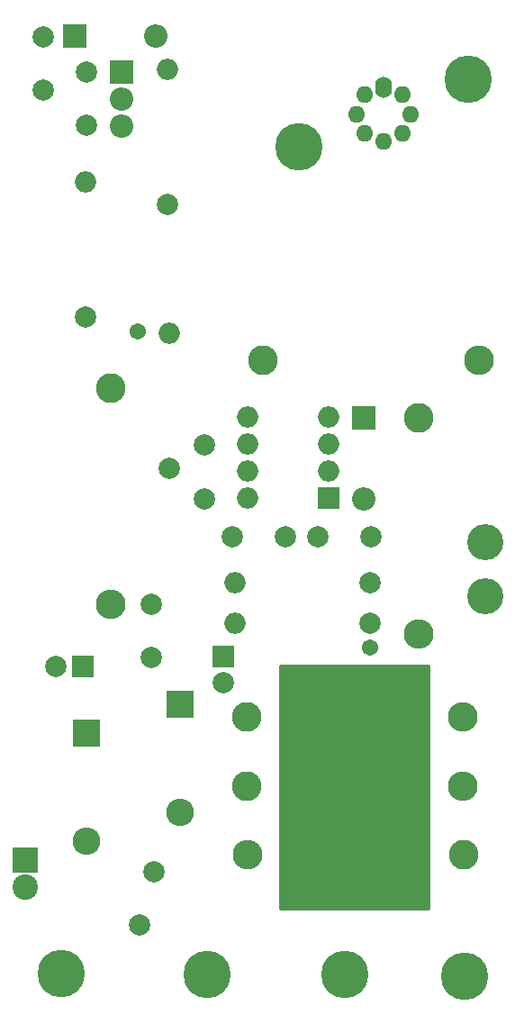
<source format=gbr>
G04 #@! TF.FileFunction,Soldermask,Top*
%FSLAX46Y46*%
G04 Gerber Fmt 4.6, Leading zero omitted, Abs format (unit mm)*
G04 Created by KiCad (PCBNEW 4.0.5) date Saturday, 16 December 2017 'PMt' 23:42:59*
%MOMM*%
%LPD*%
G01*
G04 APERTURE LIST*
%ADD10C,0.150000*%
%ADD11C,2.800000*%
%ADD12O,2.800000X2.800000*%
%ADD13C,3.400000*%
%ADD14C,4.464000*%
%ADD15C,2.000000*%
%ADD16O,2.000000X2.000000*%
%ADD17R,2.000000X2.000000*%
%ADD18R,2.200000X2.200000*%
%ADD19O,2.200000X2.200000*%
%ADD20R,2.600000X2.600000*%
%ADD21O,2.600000X2.600000*%
%ADD22O,1.600000X2.000000*%
%ADD23O,1.600000X1.600000*%
%ADD24C,1.543000*%
%ADD25R,2.400000X2.400000*%
%ADD26C,2.400000*%
%ADD27C,0.254000*%
G04 APERTURE END LIST*
D10*
D11*
X169672000Y-92456000D03*
D12*
X169672000Y-112776000D03*
D13*
X175895000Y-104140000D03*
D14*
X158432500Y-66992500D03*
D15*
X146050000Y-72390000D03*
D16*
X146050000Y-59690000D03*
D17*
X161195000Y-99997000D03*
D16*
X153575000Y-92377000D03*
X161195000Y-97457000D03*
X153575000Y-94917000D03*
X161195000Y-94917000D03*
X153575000Y-97457000D03*
X161195000Y-92377000D03*
X153575000Y-99997000D03*
D18*
X164465000Y-92456000D03*
D19*
X164465000Y-100076000D03*
D18*
X137287000Y-56578500D03*
D19*
X144907000Y-56578500D03*
D20*
X147193000Y-119380000D03*
D21*
X147193000Y-129540000D03*
D22*
X166370000Y-61341000D03*
D23*
X164573949Y-62084949D03*
X163830000Y-63881000D03*
X164573949Y-65677051D03*
X166370000Y-66421000D03*
X168166051Y-65677051D03*
X168910000Y-63881000D03*
X168166051Y-62084949D03*
D15*
X138303000Y-82931000D03*
D16*
X138303000Y-70231000D03*
D15*
X165100000Y-111760000D03*
D16*
X152400000Y-111760000D03*
D15*
X143446500Y-140144500D03*
X144746500Y-135144500D03*
D20*
X138430000Y-122047000D03*
D21*
X138430000Y-132207000D03*
D18*
X141732000Y-59944000D03*
D19*
X141732000Y-62484000D03*
X141732000Y-65024000D03*
D15*
X138430000Y-64944000D03*
X138430000Y-59944000D03*
X165147000Y-103632000D03*
X160147000Y-103632000D03*
X144526000Y-109982000D03*
X144526000Y-114982000D03*
X134366000Y-61595000D03*
X134366000Y-56595000D03*
X152146000Y-103632000D03*
X157146000Y-103632000D03*
X149500000Y-95032000D03*
X149500000Y-100032000D03*
X165100000Y-107950000D03*
D16*
X152400000Y-107950000D03*
D24*
X143256000Y-84328000D03*
X165100000Y-114046000D03*
D14*
X162687000Y-144780000D03*
X136017000Y-144653000D03*
X149733000Y-144780000D03*
X173990000Y-144907000D03*
D15*
X146177000Y-97155000D03*
D16*
X146177000Y-84455000D03*
D11*
X155003500Y-87058500D03*
D12*
X175323500Y-87058500D03*
D11*
X140716000Y-89662000D03*
D12*
X140716000Y-109982000D03*
D11*
X153479500Y-127063500D03*
D12*
X173799500Y-127063500D03*
D11*
X173863000Y-133540500D03*
D12*
X153543000Y-133540500D03*
D11*
X153479500Y-120586500D03*
D12*
X173799500Y-120586500D03*
D13*
X175895000Y-109220000D03*
D14*
X174307500Y-60642500D03*
D25*
X132651500Y-133985000D03*
D26*
X132651500Y-136525000D03*
D17*
X151257000Y-114848000D03*
D15*
X151257000Y-117348000D03*
D17*
X138049000Y-115824000D03*
D15*
X135549000Y-115824000D03*
D27*
G36*
X170561000Y-138557000D02*
X156591000Y-138557000D01*
X156591000Y-115697000D01*
X170561000Y-115697000D01*
X170561000Y-138557000D01*
X170561000Y-138557000D01*
G37*
X170561000Y-138557000D02*
X156591000Y-138557000D01*
X156591000Y-115697000D01*
X170561000Y-115697000D01*
X170561000Y-138557000D01*
M02*

</source>
